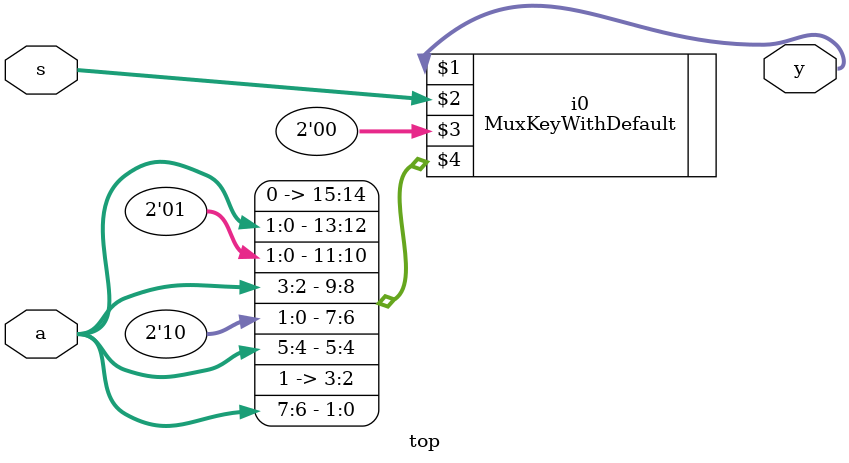
<source format=v>
module top(a,s,y);
  input  [7:0] a;
  input  [1:0] s;
  output [1:0] y;
  MuxKeyWithDefault #(4, 2, 2) i0 (y, s, 2'b0, {
    2'b00, a[1:0],
    2'b01, a[3:2],
    2'b10, a[5:4],
    2'b11, a[7:6]
  });

endmodule





</source>
